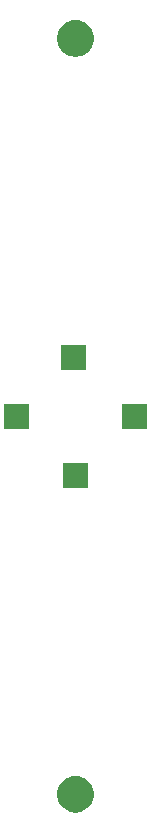
<source format=gbr>
G04 #@! TF.GenerationSoftware,KiCad,Pcbnew,5.1.5+dfsg1-2build2*
G04 #@! TF.CreationDate,2021-12-19T10:21:25+01:00*
G04 #@! TF.ProjectId,Drehko_large_Rotor,44726568-6b6f-45f6-9c61-7267655f526f,1.0*
G04 #@! TF.SameCoordinates,Original*
G04 #@! TF.FileFunction,Soldermask,Top*
G04 #@! TF.FilePolarity,Negative*
%FSLAX46Y46*%
G04 Gerber Fmt 4.6, Leading zero omitted, Abs format (unit mm)*
G04 Created by KiCad (PCBNEW 5.1.5+dfsg1-2build2) date 2021-12-19 10:21:25*
%MOMM*%
%LPD*%
G04 APERTURE LIST*
%ADD10C,0.100000*%
G04 APERTURE END LIST*
D10*
G36*
X150302585Y-130478802D02*
G01*
X150452410Y-130508604D01*
X150734674Y-130625521D01*
X150988705Y-130795259D01*
X151204741Y-131011295D01*
X151374479Y-131265326D01*
X151491396Y-131547590D01*
X151551000Y-131847240D01*
X151551000Y-132152760D01*
X151491396Y-132452410D01*
X151374479Y-132734674D01*
X151204741Y-132988705D01*
X150988705Y-133204741D01*
X150734674Y-133374479D01*
X150452410Y-133491396D01*
X150302585Y-133521198D01*
X150152761Y-133551000D01*
X149847239Y-133551000D01*
X149697415Y-133521198D01*
X149547590Y-133491396D01*
X149265326Y-133374479D01*
X149011295Y-133204741D01*
X148795259Y-132988705D01*
X148625521Y-132734674D01*
X148508604Y-132452410D01*
X148449000Y-132152760D01*
X148449000Y-131847240D01*
X148508604Y-131547590D01*
X148625521Y-131265326D01*
X148795259Y-131011295D01*
X149011295Y-130795259D01*
X149265326Y-130625521D01*
X149547590Y-130508604D01*
X149697415Y-130478802D01*
X149847239Y-130449000D01*
X150152761Y-130449000D01*
X150302585Y-130478802D01*
G37*
G36*
X151051000Y-106051000D02*
G01*
X148949000Y-106051000D01*
X148949000Y-103949000D01*
X151051000Y-103949000D01*
X151051000Y-106051000D01*
G37*
G36*
X156051000Y-101051000D02*
G01*
X153949000Y-101051000D01*
X153949000Y-98949000D01*
X156051000Y-98949000D01*
X156051000Y-101051000D01*
G37*
G36*
X146051000Y-101051000D02*
G01*
X143949000Y-101051000D01*
X143949000Y-98949000D01*
X146051000Y-98949000D01*
X146051000Y-101051000D01*
G37*
G36*
X150851000Y-96051000D02*
G01*
X148749000Y-96051000D01*
X148749000Y-93949000D01*
X150851000Y-93949000D01*
X150851000Y-96051000D01*
G37*
G36*
X150302585Y-66478802D02*
G01*
X150452410Y-66508604D01*
X150734674Y-66625521D01*
X150988705Y-66795259D01*
X151204741Y-67011295D01*
X151374479Y-67265326D01*
X151491396Y-67547590D01*
X151551000Y-67847240D01*
X151551000Y-68152760D01*
X151491396Y-68452410D01*
X151374479Y-68734674D01*
X151204741Y-68988705D01*
X150988705Y-69204741D01*
X150734674Y-69374479D01*
X150452410Y-69491396D01*
X150302585Y-69521198D01*
X150152761Y-69551000D01*
X149847239Y-69551000D01*
X149697415Y-69521198D01*
X149547590Y-69491396D01*
X149265326Y-69374479D01*
X149011295Y-69204741D01*
X148795259Y-68988705D01*
X148625521Y-68734674D01*
X148508604Y-68452410D01*
X148449000Y-68152760D01*
X148449000Y-67847240D01*
X148508604Y-67547590D01*
X148625521Y-67265326D01*
X148795259Y-67011295D01*
X149011295Y-66795259D01*
X149265326Y-66625521D01*
X149547590Y-66508604D01*
X149697415Y-66478802D01*
X149847239Y-66449000D01*
X150152761Y-66449000D01*
X150302585Y-66478802D01*
G37*
M02*

</source>
